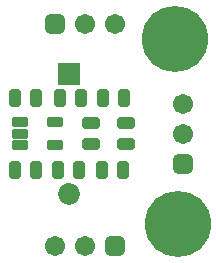
<source format=gts>
G04*
G04 #@! TF.GenerationSoftware,Altium Limited,Altium Designer,24.7.2 (38)*
G04*
G04 Layer_Color=8388736*
%FSAX44Y44*%
%MOMM*%
G71*
G04*
G04 #@! TF.SameCoordinates,93A25BCA-29EF-4DAC-9895-B02BB0167CD6*
G04*
G04*
G04 #@! TF.FilePolarity,Negative*
G04*
G01*
G75*
G04:AMPARAMS|DCode=17|XSize=1.5032mm|YSize=0.9632mm|CornerRadius=0.1966mm|HoleSize=0mm|Usage=FLASHONLY|Rotation=90.000|XOffset=0mm|YOffset=0mm|HoleType=Round|Shape=RoundedRectangle|*
%AMROUNDEDRECTD17*
21,1,1.5032,0.5700,0,0,90.0*
21,1,1.1100,0.9632,0,0,90.0*
1,1,0.3932,0.2850,0.5550*
1,1,0.3932,0.2850,-0.5550*
1,1,0.3932,-0.2850,-0.5550*
1,1,0.3932,-0.2850,0.5550*
%
%ADD17ROUNDEDRECTD17*%
G04:AMPARAMS|DCode=18|XSize=1.5032mm|YSize=0.9632mm|CornerRadius=0.1966mm|HoleSize=0mm|Usage=FLASHONLY|Rotation=180.000|XOffset=0mm|YOffset=0mm|HoleType=Round|Shape=RoundedRectangle|*
%AMROUNDEDRECTD18*
21,1,1.5032,0.5700,0,0,180.0*
21,1,1.1100,0.9632,0,0,180.0*
1,1,0.3932,-0.5550,0.2850*
1,1,0.3932,0.5550,0.2850*
1,1,0.3932,0.5550,-0.2850*
1,1,0.3932,-0.5550,-0.2850*
%
%ADD18ROUNDEDRECTD18*%
G04:AMPARAMS|DCode=19|XSize=0.8532mm|YSize=1.4032mm|CornerRadius=0.1504mm|HoleSize=0mm|Usage=FLASHONLY|Rotation=90.000|XOffset=0mm|YOffset=0mm|HoleType=Round|Shape=RoundedRectangle|*
%AMROUNDEDRECTD19*
21,1,0.8532,1.1025,0,0,90.0*
21,1,0.5525,1.4032,0,0,90.0*
1,1,0.3007,0.5513,0.2763*
1,1,0.3007,0.5513,-0.2763*
1,1,0.3007,-0.5513,-0.2763*
1,1,0.3007,-0.5513,0.2763*
%
%ADD19ROUNDEDRECTD19*%
%ADD20C,1.8500*%
%ADD21R,1.8500X1.8500*%
%ADD22C,5.6032*%
%ADD23C,1.7032*%
G04:AMPARAMS|DCode=24|XSize=1.7032mm|YSize=1.7032mm|CornerRadius=0.4766mm|HoleSize=0mm|Usage=FLASHONLY|Rotation=180.000|XOffset=0mm|YOffset=0mm|HoleType=Round|Shape=RoundedRectangle|*
%AMROUNDEDRECTD24*
21,1,1.7032,0.7500,0,0,180.0*
21,1,0.7500,1.7032,0,0,180.0*
1,1,0.9532,-0.3750,0.3750*
1,1,0.9532,0.3750,0.3750*
1,1,0.9532,0.3750,-0.3750*
1,1,0.9532,-0.3750,-0.3750*
%
%ADD24ROUNDEDRECTD24*%
G04:AMPARAMS|DCode=25|XSize=1.7032mm|YSize=1.7032mm|CornerRadius=0.4766mm|HoleSize=0mm|Usage=FLASHONLY|Rotation=270.000|XOffset=0mm|YOffset=0mm|HoleType=Round|Shape=RoundedRectangle|*
%AMROUNDEDRECTD25*
21,1,1.7032,0.7500,0,0,270.0*
21,1,0.7500,1.7032,0,0,270.0*
1,1,0.9532,-0.3750,-0.3750*
1,1,0.9532,-0.3750,0.3750*
1,1,0.9532,0.3750,0.3750*
1,1,0.9532,0.3750,-0.3750*
%
%ADD25ROUNDEDRECTD25*%
D17*
X00764430Y00223520D02*
D03*
X00782330Y00223520D02*
D03*
X00801360Y00223520D02*
D03*
X00819260Y00223520D02*
D03*
X00838190Y00223520D02*
D03*
X00856090Y00223520D02*
D03*
X00857260Y00284480D02*
D03*
X00839360Y00284480D02*
D03*
X00820530Y00284480D02*
D03*
X00802630Y00284480D02*
D03*
X00782430Y00284480D02*
D03*
X00764530Y00284480D02*
D03*
D18*
X00829310Y00245100D02*
D03*
X00858520Y00245000D02*
D03*
X00858520Y00262900D02*
D03*
X00829310Y00263000D02*
D03*
D19*
X00768840Y00244500D02*
D03*
X00798340Y00244500D02*
D03*
X00798340Y00263500D02*
D03*
X00768840Y00263500D02*
D03*
X00768840Y00254000D02*
D03*
D20*
X00810260Y00203200D02*
D03*
D21*
X00810260Y00304800D02*
D03*
D22*
X00902970Y00177800D02*
D03*
X00900430Y00334010D02*
D03*
D23*
X00798830Y00159210D02*
D03*
X00824230Y00159210D02*
D03*
X00906780Y00254000D02*
D03*
X00906780Y00279400D02*
D03*
X00849630Y00346710D02*
D03*
X00824230Y00346710D02*
D03*
D24*
X00798830Y00346710D02*
D03*
X00849630Y00159210D02*
D03*
D25*
X00906780Y00228600D02*
D03*
M02*

</source>
